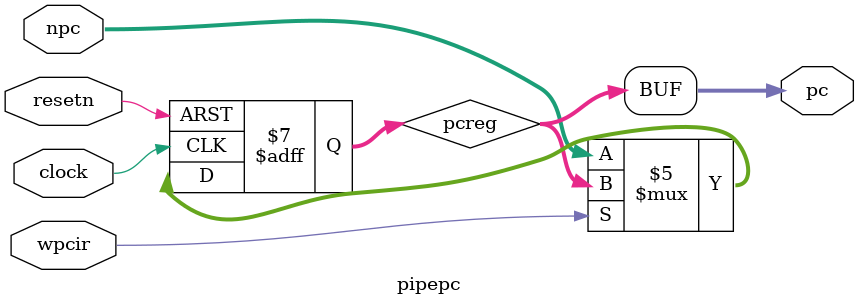
<source format=v>
module pipepc (npc, wpcir, clock, resetn, pc);
    input   [31:0]  npc;
    input           clock, resetn, wpcir;

    output  [31:0]  pc;
    // reg     [31:0]  pc;
    reg     [31:0]  pcreg;
    
    assign pc = pcreg;

    always @ (posedge clock or negedge resetn) begin
		if (resetn == 0) begin
            pcreg <= -4;
        end else if (wpcir == 0) begin
			pcreg <= npc;
		end else begin
			pcreg <= pcreg;
		end
    end
endmodule

</source>
